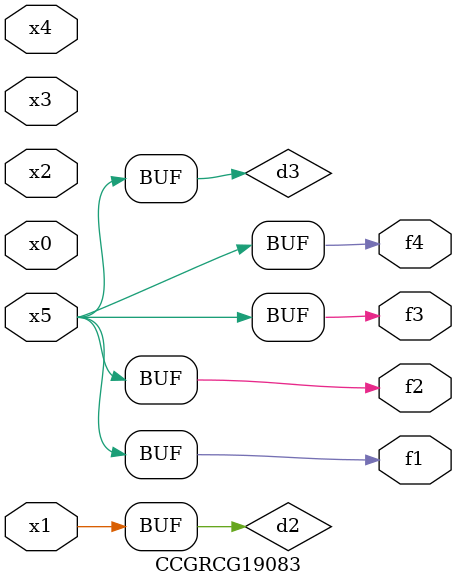
<source format=v>
module CCGRCG19083(
	input x0, x1, x2, x3, x4, x5,
	output f1, f2, f3, f4
);

	wire d1, d2, d3;

	not (d1, x5);
	or (d2, x1);
	xnor (d3, d1);
	assign f1 = d3;
	assign f2 = d3;
	assign f3 = d3;
	assign f4 = d3;
endmodule

</source>
